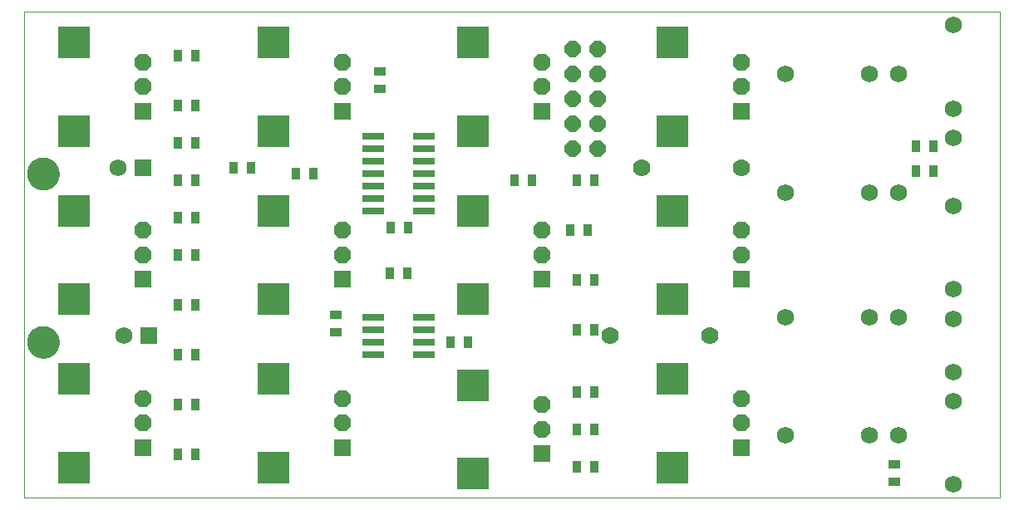
<source format=gbs>
G75*
%MOIN*%
%OFA0B0*%
%FSLAX25Y25*%
%IPPOS*%
%LPD*%
%AMOC8*
5,1,8,0,0,1.08239X$1,22.5*
%
%ADD10C,0.00000*%
%ADD11C,0.12998*%
%ADD12R,0.06896X0.06896*%
%ADD13OC8,0.06896*%
%ADD14R,0.12668X0.12668*%
%ADD15R,0.03550X0.05124*%
%ADD16R,0.05124X0.03550*%
%ADD17R,0.06900X0.06900*%
%ADD18C,0.06900*%
%ADD19C,0.07000*%
%ADD20C,0.06896*%
%ADD21OC8,0.06400*%
%ADD22R,0.09061X0.02762*%
D10*
X0002660Y0001000D02*
X0002660Y0195961D01*
X0393861Y0195961D01*
X0393861Y0001000D01*
X0002660Y0001000D01*
X0003861Y0063500D02*
X0003863Y0063658D01*
X0003869Y0063816D01*
X0003879Y0063974D01*
X0003893Y0064132D01*
X0003911Y0064289D01*
X0003932Y0064446D01*
X0003958Y0064602D01*
X0003988Y0064758D01*
X0004021Y0064913D01*
X0004059Y0065066D01*
X0004100Y0065219D01*
X0004145Y0065371D01*
X0004194Y0065522D01*
X0004247Y0065671D01*
X0004303Y0065819D01*
X0004363Y0065965D01*
X0004427Y0066110D01*
X0004495Y0066253D01*
X0004566Y0066395D01*
X0004640Y0066535D01*
X0004718Y0066672D01*
X0004800Y0066808D01*
X0004884Y0066942D01*
X0004973Y0067073D01*
X0005064Y0067202D01*
X0005159Y0067329D01*
X0005256Y0067454D01*
X0005357Y0067576D01*
X0005461Y0067695D01*
X0005568Y0067812D01*
X0005678Y0067926D01*
X0005791Y0068037D01*
X0005906Y0068146D01*
X0006024Y0068251D01*
X0006145Y0068353D01*
X0006268Y0068453D01*
X0006394Y0068549D01*
X0006522Y0068642D01*
X0006652Y0068732D01*
X0006785Y0068818D01*
X0006920Y0068902D01*
X0007056Y0068981D01*
X0007195Y0069058D01*
X0007336Y0069130D01*
X0007478Y0069200D01*
X0007622Y0069265D01*
X0007768Y0069327D01*
X0007915Y0069385D01*
X0008064Y0069440D01*
X0008214Y0069491D01*
X0008365Y0069538D01*
X0008517Y0069581D01*
X0008670Y0069620D01*
X0008825Y0069656D01*
X0008980Y0069687D01*
X0009136Y0069715D01*
X0009292Y0069739D01*
X0009449Y0069759D01*
X0009607Y0069775D01*
X0009764Y0069787D01*
X0009923Y0069795D01*
X0010081Y0069799D01*
X0010239Y0069799D01*
X0010397Y0069795D01*
X0010556Y0069787D01*
X0010713Y0069775D01*
X0010871Y0069759D01*
X0011028Y0069739D01*
X0011184Y0069715D01*
X0011340Y0069687D01*
X0011495Y0069656D01*
X0011650Y0069620D01*
X0011803Y0069581D01*
X0011955Y0069538D01*
X0012106Y0069491D01*
X0012256Y0069440D01*
X0012405Y0069385D01*
X0012552Y0069327D01*
X0012698Y0069265D01*
X0012842Y0069200D01*
X0012984Y0069130D01*
X0013125Y0069058D01*
X0013264Y0068981D01*
X0013400Y0068902D01*
X0013535Y0068818D01*
X0013668Y0068732D01*
X0013798Y0068642D01*
X0013926Y0068549D01*
X0014052Y0068453D01*
X0014175Y0068353D01*
X0014296Y0068251D01*
X0014414Y0068146D01*
X0014529Y0068037D01*
X0014642Y0067926D01*
X0014752Y0067812D01*
X0014859Y0067695D01*
X0014963Y0067576D01*
X0015064Y0067454D01*
X0015161Y0067329D01*
X0015256Y0067202D01*
X0015347Y0067073D01*
X0015436Y0066942D01*
X0015520Y0066808D01*
X0015602Y0066672D01*
X0015680Y0066535D01*
X0015754Y0066395D01*
X0015825Y0066253D01*
X0015893Y0066110D01*
X0015957Y0065965D01*
X0016017Y0065819D01*
X0016073Y0065671D01*
X0016126Y0065522D01*
X0016175Y0065371D01*
X0016220Y0065219D01*
X0016261Y0065066D01*
X0016299Y0064913D01*
X0016332Y0064758D01*
X0016362Y0064602D01*
X0016388Y0064446D01*
X0016409Y0064289D01*
X0016427Y0064132D01*
X0016441Y0063974D01*
X0016451Y0063816D01*
X0016457Y0063658D01*
X0016459Y0063500D01*
X0016457Y0063342D01*
X0016451Y0063184D01*
X0016441Y0063026D01*
X0016427Y0062868D01*
X0016409Y0062711D01*
X0016388Y0062554D01*
X0016362Y0062398D01*
X0016332Y0062242D01*
X0016299Y0062087D01*
X0016261Y0061934D01*
X0016220Y0061781D01*
X0016175Y0061629D01*
X0016126Y0061478D01*
X0016073Y0061329D01*
X0016017Y0061181D01*
X0015957Y0061035D01*
X0015893Y0060890D01*
X0015825Y0060747D01*
X0015754Y0060605D01*
X0015680Y0060465D01*
X0015602Y0060328D01*
X0015520Y0060192D01*
X0015436Y0060058D01*
X0015347Y0059927D01*
X0015256Y0059798D01*
X0015161Y0059671D01*
X0015064Y0059546D01*
X0014963Y0059424D01*
X0014859Y0059305D01*
X0014752Y0059188D01*
X0014642Y0059074D01*
X0014529Y0058963D01*
X0014414Y0058854D01*
X0014296Y0058749D01*
X0014175Y0058647D01*
X0014052Y0058547D01*
X0013926Y0058451D01*
X0013798Y0058358D01*
X0013668Y0058268D01*
X0013535Y0058182D01*
X0013400Y0058098D01*
X0013264Y0058019D01*
X0013125Y0057942D01*
X0012984Y0057870D01*
X0012842Y0057800D01*
X0012698Y0057735D01*
X0012552Y0057673D01*
X0012405Y0057615D01*
X0012256Y0057560D01*
X0012106Y0057509D01*
X0011955Y0057462D01*
X0011803Y0057419D01*
X0011650Y0057380D01*
X0011495Y0057344D01*
X0011340Y0057313D01*
X0011184Y0057285D01*
X0011028Y0057261D01*
X0010871Y0057241D01*
X0010713Y0057225D01*
X0010556Y0057213D01*
X0010397Y0057205D01*
X0010239Y0057201D01*
X0010081Y0057201D01*
X0009923Y0057205D01*
X0009764Y0057213D01*
X0009607Y0057225D01*
X0009449Y0057241D01*
X0009292Y0057261D01*
X0009136Y0057285D01*
X0008980Y0057313D01*
X0008825Y0057344D01*
X0008670Y0057380D01*
X0008517Y0057419D01*
X0008365Y0057462D01*
X0008214Y0057509D01*
X0008064Y0057560D01*
X0007915Y0057615D01*
X0007768Y0057673D01*
X0007622Y0057735D01*
X0007478Y0057800D01*
X0007336Y0057870D01*
X0007195Y0057942D01*
X0007056Y0058019D01*
X0006920Y0058098D01*
X0006785Y0058182D01*
X0006652Y0058268D01*
X0006522Y0058358D01*
X0006394Y0058451D01*
X0006268Y0058547D01*
X0006145Y0058647D01*
X0006024Y0058749D01*
X0005906Y0058854D01*
X0005791Y0058963D01*
X0005678Y0059074D01*
X0005568Y0059188D01*
X0005461Y0059305D01*
X0005357Y0059424D01*
X0005256Y0059546D01*
X0005159Y0059671D01*
X0005064Y0059798D01*
X0004973Y0059927D01*
X0004884Y0060058D01*
X0004800Y0060192D01*
X0004718Y0060328D01*
X0004640Y0060465D01*
X0004566Y0060605D01*
X0004495Y0060747D01*
X0004427Y0060890D01*
X0004363Y0061035D01*
X0004303Y0061181D01*
X0004247Y0061329D01*
X0004194Y0061478D01*
X0004145Y0061629D01*
X0004100Y0061781D01*
X0004059Y0061934D01*
X0004021Y0062087D01*
X0003988Y0062242D01*
X0003958Y0062398D01*
X0003932Y0062554D01*
X0003911Y0062711D01*
X0003893Y0062868D01*
X0003879Y0063026D01*
X0003869Y0063184D01*
X0003863Y0063342D01*
X0003861Y0063500D01*
X0003861Y0131000D02*
X0003863Y0131158D01*
X0003869Y0131316D01*
X0003879Y0131474D01*
X0003893Y0131632D01*
X0003911Y0131789D01*
X0003932Y0131946D01*
X0003958Y0132102D01*
X0003988Y0132258D01*
X0004021Y0132413D01*
X0004059Y0132566D01*
X0004100Y0132719D01*
X0004145Y0132871D01*
X0004194Y0133022D01*
X0004247Y0133171D01*
X0004303Y0133319D01*
X0004363Y0133465D01*
X0004427Y0133610D01*
X0004495Y0133753D01*
X0004566Y0133895D01*
X0004640Y0134035D01*
X0004718Y0134172D01*
X0004800Y0134308D01*
X0004884Y0134442D01*
X0004973Y0134573D01*
X0005064Y0134702D01*
X0005159Y0134829D01*
X0005256Y0134954D01*
X0005357Y0135076D01*
X0005461Y0135195D01*
X0005568Y0135312D01*
X0005678Y0135426D01*
X0005791Y0135537D01*
X0005906Y0135646D01*
X0006024Y0135751D01*
X0006145Y0135853D01*
X0006268Y0135953D01*
X0006394Y0136049D01*
X0006522Y0136142D01*
X0006652Y0136232D01*
X0006785Y0136318D01*
X0006920Y0136402D01*
X0007056Y0136481D01*
X0007195Y0136558D01*
X0007336Y0136630D01*
X0007478Y0136700D01*
X0007622Y0136765D01*
X0007768Y0136827D01*
X0007915Y0136885D01*
X0008064Y0136940D01*
X0008214Y0136991D01*
X0008365Y0137038D01*
X0008517Y0137081D01*
X0008670Y0137120D01*
X0008825Y0137156D01*
X0008980Y0137187D01*
X0009136Y0137215D01*
X0009292Y0137239D01*
X0009449Y0137259D01*
X0009607Y0137275D01*
X0009764Y0137287D01*
X0009923Y0137295D01*
X0010081Y0137299D01*
X0010239Y0137299D01*
X0010397Y0137295D01*
X0010556Y0137287D01*
X0010713Y0137275D01*
X0010871Y0137259D01*
X0011028Y0137239D01*
X0011184Y0137215D01*
X0011340Y0137187D01*
X0011495Y0137156D01*
X0011650Y0137120D01*
X0011803Y0137081D01*
X0011955Y0137038D01*
X0012106Y0136991D01*
X0012256Y0136940D01*
X0012405Y0136885D01*
X0012552Y0136827D01*
X0012698Y0136765D01*
X0012842Y0136700D01*
X0012984Y0136630D01*
X0013125Y0136558D01*
X0013264Y0136481D01*
X0013400Y0136402D01*
X0013535Y0136318D01*
X0013668Y0136232D01*
X0013798Y0136142D01*
X0013926Y0136049D01*
X0014052Y0135953D01*
X0014175Y0135853D01*
X0014296Y0135751D01*
X0014414Y0135646D01*
X0014529Y0135537D01*
X0014642Y0135426D01*
X0014752Y0135312D01*
X0014859Y0135195D01*
X0014963Y0135076D01*
X0015064Y0134954D01*
X0015161Y0134829D01*
X0015256Y0134702D01*
X0015347Y0134573D01*
X0015436Y0134442D01*
X0015520Y0134308D01*
X0015602Y0134172D01*
X0015680Y0134035D01*
X0015754Y0133895D01*
X0015825Y0133753D01*
X0015893Y0133610D01*
X0015957Y0133465D01*
X0016017Y0133319D01*
X0016073Y0133171D01*
X0016126Y0133022D01*
X0016175Y0132871D01*
X0016220Y0132719D01*
X0016261Y0132566D01*
X0016299Y0132413D01*
X0016332Y0132258D01*
X0016362Y0132102D01*
X0016388Y0131946D01*
X0016409Y0131789D01*
X0016427Y0131632D01*
X0016441Y0131474D01*
X0016451Y0131316D01*
X0016457Y0131158D01*
X0016459Y0131000D01*
X0016457Y0130842D01*
X0016451Y0130684D01*
X0016441Y0130526D01*
X0016427Y0130368D01*
X0016409Y0130211D01*
X0016388Y0130054D01*
X0016362Y0129898D01*
X0016332Y0129742D01*
X0016299Y0129587D01*
X0016261Y0129434D01*
X0016220Y0129281D01*
X0016175Y0129129D01*
X0016126Y0128978D01*
X0016073Y0128829D01*
X0016017Y0128681D01*
X0015957Y0128535D01*
X0015893Y0128390D01*
X0015825Y0128247D01*
X0015754Y0128105D01*
X0015680Y0127965D01*
X0015602Y0127828D01*
X0015520Y0127692D01*
X0015436Y0127558D01*
X0015347Y0127427D01*
X0015256Y0127298D01*
X0015161Y0127171D01*
X0015064Y0127046D01*
X0014963Y0126924D01*
X0014859Y0126805D01*
X0014752Y0126688D01*
X0014642Y0126574D01*
X0014529Y0126463D01*
X0014414Y0126354D01*
X0014296Y0126249D01*
X0014175Y0126147D01*
X0014052Y0126047D01*
X0013926Y0125951D01*
X0013798Y0125858D01*
X0013668Y0125768D01*
X0013535Y0125682D01*
X0013400Y0125598D01*
X0013264Y0125519D01*
X0013125Y0125442D01*
X0012984Y0125370D01*
X0012842Y0125300D01*
X0012698Y0125235D01*
X0012552Y0125173D01*
X0012405Y0125115D01*
X0012256Y0125060D01*
X0012106Y0125009D01*
X0011955Y0124962D01*
X0011803Y0124919D01*
X0011650Y0124880D01*
X0011495Y0124844D01*
X0011340Y0124813D01*
X0011184Y0124785D01*
X0011028Y0124761D01*
X0010871Y0124741D01*
X0010713Y0124725D01*
X0010556Y0124713D01*
X0010397Y0124705D01*
X0010239Y0124701D01*
X0010081Y0124701D01*
X0009923Y0124705D01*
X0009764Y0124713D01*
X0009607Y0124725D01*
X0009449Y0124741D01*
X0009292Y0124761D01*
X0009136Y0124785D01*
X0008980Y0124813D01*
X0008825Y0124844D01*
X0008670Y0124880D01*
X0008517Y0124919D01*
X0008365Y0124962D01*
X0008214Y0125009D01*
X0008064Y0125060D01*
X0007915Y0125115D01*
X0007768Y0125173D01*
X0007622Y0125235D01*
X0007478Y0125300D01*
X0007336Y0125370D01*
X0007195Y0125442D01*
X0007056Y0125519D01*
X0006920Y0125598D01*
X0006785Y0125682D01*
X0006652Y0125768D01*
X0006522Y0125858D01*
X0006394Y0125951D01*
X0006268Y0126047D01*
X0006145Y0126147D01*
X0006024Y0126249D01*
X0005906Y0126354D01*
X0005791Y0126463D01*
X0005678Y0126574D01*
X0005568Y0126688D01*
X0005461Y0126805D01*
X0005357Y0126924D01*
X0005256Y0127046D01*
X0005159Y0127171D01*
X0005064Y0127298D01*
X0004973Y0127427D01*
X0004884Y0127558D01*
X0004800Y0127692D01*
X0004718Y0127828D01*
X0004640Y0127965D01*
X0004566Y0128105D01*
X0004495Y0128247D01*
X0004427Y0128390D01*
X0004363Y0128535D01*
X0004303Y0128681D01*
X0004247Y0128829D01*
X0004194Y0128978D01*
X0004145Y0129129D01*
X0004100Y0129281D01*
X0004059Y0129434D01*
X0004021Y0129587D01*
X0003988Y0129742D01*
X0003958Y0129898D01*
X0003932Y0130054D01*
X0003911Y0130211D01*
X0003893Y0130368D01*
X0003879Y0130526D01*
X0003869Y0130684D01*
X0003863Y0130842D01*
X0003861Y0131000D01*
D11*
X0010160Y0131000D03*
X0010160Y0063500D03*
D12*
X0050219Y0088657D03*
X0130219Y0088657D03*
X0210219Y0088657D03*
X0290219Y0088657D03*
X0290219Y0156157D03*
X0210219Y0156157D03*
X0130219Y0156157D03*
X0050219Y0156157D03*
X0050219Y0021157D03*
X0130219Y0021157D03*
X0210219Y0018657D03*
X0290219Y0021157D03*
D13*
X0290219Y0031000D03*
X0290219Y0040843D03*
X0210219Y0038343D03*
X0210219Y0028500D03*
X0130219Y0031000D03*
X0130219Y0040843D03*
X0050219Y0040843D03*
X0050219Y0031000D03*
X0050219Y0098500D03*
X0050219Y0108343D03*
X0130219Y0108343D03*
X0130219Y0098500D03*
X0210219Y0098500D03*
X0210219Y0108343D03*
X0290219Y0108343D03*
X0290219Y0098500D03*
X0290219Y0166000D03*
X0290219Y0175843D03*
X0210219Y0175843D03*
X0210219Y0166000D03*
X0130219Y0166000D03*
X0130219Y0175843D03*
X0050219Y0175843D03*
X0050219Y0166000D03*
D14*
X0022660Y0148283D03*
X0022660Y0116217D03*
X0022660Y0080783D03*
X0022660Y0048717D03*
X0022660Y0013283D03*
X0102660Y0013283D03*
X0102660Y0048717D03*
X0102660Y0080783D03*
X0102660Y0116217D03*
X0102660Y0148283D03*
X0102660Y0183717D03*
X0022660Y0183717D03*
X0182660Y0183717D03*
X0182660Y0148283D03*
X0182660Y0116217D03*
X0182660Y0080783D03*
X0182660Y0046217D03*
X0182660Y0010783D03*
X0262660Y0013283D03*
X0262660Y0048717D03*
X0262660Y0080783D03*
X0262660Y0116217D03*
X0262660Y0148283D03*
X0262660Y0183717D03*
D15*
X0360117Y0142000D03*
X0367203Y0142000D03*
X0367203Y0132000D03*
X0360117Y0132000D03*
X0231203Y0128500D03*
X0224117Y0128500D03*
X0206203Y0128500D03*
X0199117Y0128500D03*
X0221617Y0108500D03*
X0228703Y0108500D03*
X0231203Y0088500D03*
X0224117Y0088500D03*
X0224117Y0068500D03*
X0231203Y0068500D03*
X0231203Y0043500D03*
X0224117Y0043500D03*
X0224117Y0028500D03*
X0231203Y0028500D03*
X0231203Y0013500D03*
X0224117Y0013500D03*
X0180703Y0063500D03*
X0173617Y0063500D03*
X0156203Y0091000D03*
X0149117Y0091000D03*
X0149617Y0109500D03*
X0156703Y0109500D03*
X0118703Y0131000D03*
X0111617Y0131000D03*
X0093703Y0133500D03*
X0086617Y0133500D03*
X0071203Y0128500D03*
X0064117Y0128500D03*
X0064117Y0143500D03*
X0071203Y0143500D03*
X0071203Y0158500D03*
X0064117Y0158500D03*
X0064117Y0178500D03*
X0071203Y0178500D03*
X0071203Y0113500D03*
X0064117Y0113500D03*
X0064117Y0098500D03*
X0071203Y0098500D03*
X0071203Y0078500D03*
X0064117Y0078500D03*
X0064117Y0058500D03*
X0071203Y0058500D03*
X0071203Y0038500D03*
X0064117Y0038500D03*
X0064117Y0018500D03*
X0071203Y0018500D03*
D16*
X0127660Y0067457D03*
X0127660Y0074543D03*
X0145160Y0164957D03*
X0145160Y0172043D03*
X0351660Y0014543D03*
X0351660Y0007457D03*
D17*
X0052660Y0066000D03*
X0050160Y0133500D03*
D18*
X0040160Y0133500D03*
X0042660Y0066000D03*
D19*
X0237660Y0066000D03*
X0277660Y0066000D03*
X0290160Y0133500D03*
X0250160Y0133500D03*
D20*
X0307975Y0123500D03*
X0341439Y0123500D03*
X0353250Y0123500D03*
X0375160Y0118185D03*
X0375160Y0145409D03*
X0375160Y0157220D03*
X0353250Y0171000D03*
X0341439Y0171000D03*
X0307975Y0171000D03*
X0375160Y0190685D03*
X0375160Y0084720D03*
X0375160Y0072909D03*
X0353250Y0073500D03*
X0341439Y0073500D03*
X0307975Y0073500D03*
X0375160Y0051591D03*
X0375160Y0039780D03*
X0353250Y0026000D03*
X0341439Y0026000D03*
X0307975Y0026000D03*
X0375160Y0006315D03*
D21*
X0232660Y0141000D03*
X0222660Y0141000D03*
X0222660Y0151000D03*
X0232660Y0151000D03*
X0232660Y0161000D03*
X0222660Y0161000D03*
X0222660Y0171000D03*
X0232660Y0171000D03*
X0232660Y0181000D03*
X0222660Y0181000D03*
D22*
X0162896Y0146000D03*
X0162896Y0141000D03*
X0162896Y0136000D03*
X0162896Y0131000D03*
X0162896Y0126000D03*
X0162896Y0121000D03*
X0162896Y0116000D03*
X0142424Y0116000D03*
X0142424Y0121000D03*
X0142424Y0126000D03*
X0142424Y0131000D03*
X0142424Y0136000D03*
X0142424Y0141000D03*
X0142424Y0146000D03*
X0142424Y0073500D03*
X0142424Y0068500D03*
X0142424Y0063500D03*
X0142424Y0058500D03*
X0162896Y0058500D03*
X0162896Y0063500D03*
X0162896Y0068500D03*
X0162896Y0073500D03*
M02*

</source>
